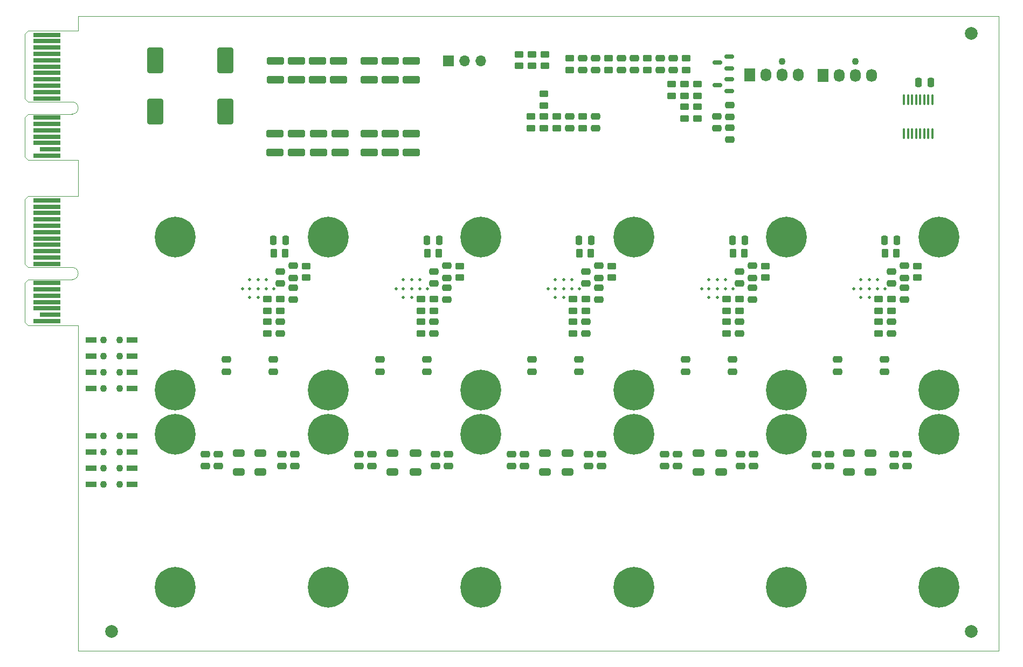
<source format=gbr>
%TF.GenerationSoftware,KiCad,Pcbnew,8.0.6*%
%TF.CreationDate,2024-11-29T00:06:03+01:00*%
%TF.ProjectId,EKO_Miner_PowerBoard-53667,454b4f5f-4d69-46e6-9572-5f506f776572,rev?*%
%TF.SameCoordinates,Original*%
%TF.FileFunction,Soldermask,Top*%
%TF.FilePolarity,Negative*%
%FSLAX46Y46*%
G04 Gerber Fmt 4.6, Leading zero omitted, Abs format (unit mm)*
G04 Created by KiCad (PCBNEW 8.0.6) date 2024-11-29 00:06:03*
%MOMM*%
%LPD*%
G01*
G04 APERTURE LIST*
G04 Aperture macros list*
%AMRoundRect*
0 Rectangle with rounded corners*
0 $1 Rounding radius*
0 $2 $3 $4 $5 $6 $7 $8 $9 X,Y pos of 4 corners*
0 Add a 4 corners polygon primitive as box body*
4,1,4,$2,$3,$4,$5,$6,$7,$8,$9,$2,$3,0*
0 Add four circle primitives for the rounded corners*
1,1,$1+$1,$2,$3*
1,1,$1+$1,$4,$5*
1,1,$1+$1,$6,$7*
1,1,$1+$1,$8,$9*
0 Add four rect primitives between the rounded corners*
20,1,$1+$1,$2,$3,$4,$5,0*
20,1,$1+$1,$4,$5,$6,$7,0*
20,1,$1+$1,$6,$7,$8,$9,0*
20,1,$1+$1,$8,$9,$2,$3,0*%
G04 Aperture macros list end*
%ADD10RoundRect,0.250000X-1.100000X0.325000X-1.100000X-0.325000X1.100000X-0.325000X1.100000X0.325000X0*%
%ADD11C,1.100000*%
%ADD12R,1.730000X2.030000*%
%ADD13O,1.730000X2.030000*%
%ADD14RoundRect,0.250000X-0.475000X0.250000X-0.475000X-0.250000X0.475000X-0.250000X0.475000X0.250000X0*%
%ADD15RoundRect,0.250000X0.262500X0.450000X-0.262500X0.450000X-0.262500X-0.450000X0.262500X-0.450000X0*%
%ADD16RoundRect,0.250000X1.100000X-0.325000X1.100000X0.325000X-1.100000X0.325000X-1.100000X-0.325000X0*%
%ADD17RoundRect,0.250000X0.475000X-0.250000X0.475000X0.250000X-0.475000X0.250000X-0.475000X-0.250000X0*%
%ADD18RoundRect,0.250000X0.450000X-0.262500X0.450000X0.262500X-0.450000X0.262500X-0.450000X-0.262500X0*%
%ADD19C,0.800000*%
%ADD20C,6.400000*%
%ADD21RoundRect,0.250000X-0.650000X0.325000X-0.650000X-0.325000X0.650000X-0.325000X0.650000X0.325000X0*%
%ADD22RoundRect,0.100000X0.100000X-0.712500X0.100000X0.712500X-0.100000X0.712500X-0.100000X-0.712500X0*%
%ADD23C,2.000000*%
%ADD24RoundRect,0.250000X-0.450000X0.262500X-0.450000X-0.262500X0.450000X-0.262500X0.450000X0.262500X0*%
%ADD25R,4.300000X0.700000*%
%ADD26R,3.200000X0.700000*%
%ADD27RoundRect,0.150000X0.587500X0.150000X-0.587500X0.150000X-0.587500X-0.150000X0.587500X-0.150000X0*%
%ADD28RoundRect,0.250000X1.000000X-1.750000X1.000000X1.750000X-1.000000X1.750000X-1.000000X-1.750000X0*%
%ADD29R,1.800000X0.900000*%
%ADD30RoundRect,0.250000X0.250000X0.475000X-0.250000X0.475000X-0.250000X-0.475000X0.250000X-0.475000X0*%
%ADD31RoundRect,0.250000X-0.250000X-0.475000X0.250000X-0.475000X0.250000X0.475000X-0.250000X0.475000X0*%
%ADD32C,0.499999*%
%ADD33R,1.700000X1.700000*%
%ADD34O,1.700000X1.700000*%
%TA.AperFunction,Profile*%
%ADD35C,0.100000*%
%TD*%
G04 APERTURE END LIST*
D10*
%TO.C,C30*%
X120470000Y-43769000D03*
X120470000Y-46719000D03*
%TD*%
%TO.C,C27*%
X123772000Y-43769000D03*
X123772000Y-46719000D03*
%TD*%
%TO.C,C17*%
X127074000Y-43769000D03*
X127074000Y-46719000D03*
%TD*%
D11*
%TO.C,J5*%
X196797000Y-32416000D03*
D12*
X191717000Y-34576000D03*
D13*
X194257000Y-34576000D03*
X196797000Y-34576000D03*
X199337000Y-34576000D03*
%TD*%
D14*
%TO.C,C77*%
X132916000Y-94078000D03*
X132916000Y-95978000D03*
%TD*%
D15*
%TO.C,R36*%
X203297500Y-62515999D03*
X201472500Y-62515999D03*
%TD*%
D16*
%TO.C,C50*%
X127074000Y-35289000D03*
X127074000Y-32339000D03*
%TD*%
D17*
%TO.C,C19*%
X151966000Y-42892000D03*
X151966000Y-40992000D03*
%TD*%
D14*
%TO.C,C86*%
X142822000Y-94078000D03*
X142822000Y-95978000D03*
%TD*%
D10*
%TO.C,C22*%
X115898000Y-43769000D03*
X115898000Y-46719000D03*
%TD*%
D14*
%TO.C,C88*%
X130884000Y-94078000D03*
X130884000Y-95978000D03*
%TD*%
%TO.C,C123*%
X130630000Y-65376000D03*
X130630000Y-67276000D03*
%TD*%
D18*
%TO.C,R44*%
X152474000Y-71556499D03*
X152474000Y-69731499D03*
%TD*%
D19*
%TO.C,H18*%
X183600000Y-60000000D03*
X184302944Y-58302944D03*
X184302944Y-61697056D03*
X186000000Y-57600000D03*
D20*
X186000000Y-60000000D03*
D19*
X186000000Y-62400000D03*
X187697056Y-58302944D03*
X187697056Y-61697056D03*
X188400000Y-60000000D03*
%TD*%
%TO.C,H19*%
X183600000Y-91000000D03*
X184302944Y-89302944D03*
X184302944Y-92697056D03*
X186000000Y-88600000D03*
D20*
X186000000Y-91000000D03*
D19*
X186000000Y-93400000D03*
X187697056Y-89302944D03*
X187697056Y-92697056D03*
X188400000Y-91000000D03*
%TD*%
D21*
%TO.C,C74*%
X199210000Y-93934000D03*
X199210000Y-96884000D03*
%TD*%
D18*
%TO.C,R45*%
X176604000Y-71556499D03*
X176604000Y-69731499D03*
%TD*%
D19*
%TO.C,H21*%
X207600000Y-84000000D03*
X208302944Y-82302944D03*
X208302944Y-85697056D03*
X210000000Y-81600000D03*
D20*
X210000000Y-84000000D03*
D19*
X210000000Y-86400000D03*
X211697056Y-82302944D03*
X211697056Y-85697056D03*
X212400000Y-84000000D03*
%TD*%
D14*
%TO.C,C140*%
X154506000Y-65375999D03*
X154506000Y-67275999D03*
%TD*%
D18*
%TO.C,R57*%
X145870000Y-42854500D03*
X145870000Y-41029500D03*
%TD*%
D17*
%TO.C,C97*%
X132662000Y-66387000D03*
X132662000Y-64487000D03*
%TD*%
D14*
%TO.C,C121*%
X130630000Y-73250000D03*
X130630000Y-75150000D03*
%TD*%
D21*
%TO.C,C61*%
X127709000Y-93934000D03*
X127709000Y-96884000D03*
%TD*%
D19*
%TO.C,H23*%
X207600000Y-91000000D03*
X208302944Y-89302944D03*
X208302944Y-92697056D03*
X210000000Y-88600000D03*
D20*
X210000000Y-91000000D03*
D19*
X210000000Y-93400000D03*
X211697056Y-89302944D03*
X211697056Y-92697056D03*
X212400000Y-91000000D03*
%TD*%
D18*
%TO.C,R50*%
X178636000Y-71556499D03*
X178636000Y-69731499D03*
%TD*%
D22*
%TO.C,U3*%
X204480500Y-43690500D03*
X205115500Y-43690500D03*
X205750500Y-43690500D03*
X206385500Y-43690500D03*
X207020500Y-43690500D03*
X207655500Y-43690500D03*
X208290500Y-43690500D03*
X208925500Y-43690500D03*
X208925500Y-38415500D03*
X208290500Y-38415500D03*
X207655500Y-38415500D03*
X207020500Y-38415500D03*
X206385500Y-38415500D03*
X205750500Y-38415500D03*
X205115500Y-38415500D03*
X204480500Y-38415500D03*
%TD*%
D18*
%TO.C,R20*%
X170000000Y-37774500D03*
X170000000Y-35949500D03*
%TD*%
D16*
%TO.C,C39*%
X120470000Y-35289000D03*
X120470000Y-32339000D03*
%TD*%
D23*
%TO.C,FID2*%
X215000000Y-122000000D03*
%TD*%
D24*
%TO.C,R25*%
X151966000Y-31885500D03*
X151966000Y-33710500D03*
%TD*%
D18*
%TO.C,R40*%
X152474000Y-75112499D03*
X152474000Y-73287499D03*
%TD*%
D19*
%TO.C,H12*%
X135600000Y-115000000D03*
X136302944Y-113302944D03*
X136302944Y-116697056D03*
X138000000Y-112600000D03*
D20*
X138000000Y-115000000D03*
D19*
X138000000Y-117400000D03*
X139697056Y-113302944D03*
X139697056Y-116697056D03*
X140400000Y-115000000D03*
%TD*%
D18*
%TO.C,R41*%
X176604000Y-75112499D03*
X176604000Y-73287499D03*
%TD*%
D19*
%TO.C,H3*%
X87600000Y-91000000D03*
X88302944Y-89302944D03*
X88302944Y-92697056D03*
X90000000Y-88600000D03*
D20*
X90000000Y-91000000D03*
D19*
X90000000Y-93400000D03*
X91697056Y-89302944D03*
X91697056Y-92697056D03*
X92400000Y-91000000D03*
%TD*%
D14*
%TO.C,C174*%
X202512000Y-65375999D03*
X202512000Y-67275999D03*
%TD*%
D25*
%TO.C,J2*%
X69800000Y-54200000D03*
X69800000Y-55200000D03*
X69800000Y-56200000D03*
X69800000Y-57200000D03*
X69800000Y-58200000D03*
X69800000Y-59200000D03*
X69800000Y-60200000D03*
X69800000Y-61200000D03*
X69800000Y-62200000D03*
X69800000Y-63200000D03*
X69800000Y-64200000D03*
X69800000Y-67200000D03*
X69800000Y-68200000D03*
X69800000Y-69200000D03*
X69800000Y-70200000D03*
X69800000Y-71200000D03*
D26*
X70350000Y-72200000D03*
D25*
X69800000Y-73200000D03*
%TD*%
D27*
%TO.C,Q2*%
X177033500Y-33494000D03*
X177033500Y-31594000D03*
X175158500Y-32544000D03*
%TD*%
D10*
%TO.C,C21*%
X112469000Y-43769000D03*
X112469000Y-46719000D03*
%TD*%
D14*
%TO.C,C13*%
X175080000Y-40992000D03*
X175080000Y-42892000D03*
%TD*%
D15*
%TO.C,R32*%
X155291500Y-62515999D03*
X153466500Y-62515999D03*
%TD*%
D28*
%TO.C,C10*%
X97864000Y-40227000D03*
X97864000Y-32227000D03*
%TD*%
D17*
%TO.C,C36*%
X160094000Y-33748000D03*
X160094000Y-31848000D03*
%TD*%
%TO.C,C117*%
X170127000Y-81119000D03*
X170127000Y-79219000D03*
%TD*%
D19*
%TO.C,H15*%
X159600000Y-91000000D03*
X160302944Y-89302944D03*
X160302944Y-92697056D03*
X162000000Y-88600000D03*
D20*
X162000000Y-91000000D03*
D19*
X162000000Y-93400000D03*
X163697056Y-89302944D03*
X163697056Y-92697056D03*
X164400000Y-91000000D03*
%TD*%
D17*
%TO.C,C38*%
X153998000Y-33748000D03*
X153998000Y-31848000D03*
%TD*%
D19*
%TO.C,H17*%
X183600000Y-84000000D03*
X184302944Y-82302944D03*
X184302944Y-85697056D03*
X186000000Y-81600000D03*
D20*
X186000000Y-84000000D03*
D19*
X186000000Y-86400000D03*
X187697056Y-82302944D03*
X187697056Y-85697056D03*
X188400000Y-84000000D03*
%TD*%
D24*
%TO.C,R3*%
X145997000Y-31250500D03*
X145997000Y-33075500D03*
%TD*%
D17*
%TO.C,C120*%
X201369000Y-81119000D03*
X201369000Y-79219000D03*
%TD*%
D11*
%TO.C,J3*%
X81270000Y-83810000D03*
X81270000Y-81270000D03*
X81270000Y-78730000D03*
X81270000Y-76190000D03*
X78730000Y-83810000D03*
X78730000Y-81270000D03*
X78730000Y-78730000D03*
X78730000Y-76190000D03*
D29*
X83200000Y-83810000D03*
X76800000Y-83810000D03*
X83200000Y-81270000D03*
X76800000Y-81270000D03*
X83200000Y-78730000D03*
X76800000Y-78730000D03*
X83200000Y-76190000D03*
X76800000Y-76190000D03*
%TD*%
D14*
%TO.C,C65*%
X120851000Y-94078000D03*
X120851000Y-95978000D03*
%TD*%
D10*
%TO.C,C20*%
X109040000Y-43769000D03*
X109040000Y-46719000D03*
%TD*%
D30*
%TO.C,C125*%
X131453000Y-60484000D03*
X129553000Y-60484000D03*
%TD*%
D31*
%TO.C,C5*%
X206769000Y-35719000D03*
X208669000Y-35719000D03*
%TD*%
D21*
%TO.C,C64*%
X151585000Y-93934000D03*
X151585000Y-96884000D03*
%TD*%
D25*
%TO.C,J1*%
X69800000Y-28200000D03*
X69800000Y-29200000D03*
X69800000Y-30200000D03*
X69800000Y-31200000D03*
X69800000Y-32200000D03*
X69800000Y-33200000D03*
X69800000Y-34200000D03*
X69800000Y-35200000D03*
X69800000Y-36200000D03*
X69800000Y-37200000D03*
X69800000Y-38200000D03*
X69800000Y-41200000D03*
X69800000Y-42200000D03*
X69800000Y-43200000D03*
X69800000Y-44200000D03*
X69800000Y-45200000D03*
D26*
X70350000Y-46200000D03*
D25*
X69800000Y-47200000D03*
%TD*%
D14*
%TO.C,C12*%
X177112000Y-39214000D03*
X177112000Y-41114000D03*
%TD*%
%TO.C,C172*%
X202512000Y-73249999D03*
X202512000Y-75149999D03*
%TD*%
D24*
%TO.C,R2*%
X148029000Y-31250500D03*
X148029000Y-33075500D03*
%TD*%
D18*
%TO.C,R48*%
X130630000Y-71556500D03*
X130630000Y-69731500D03*
%TD*%
D24*
%TO.C,R24*%
X164158000Y-31885500D03*
X164158000Y-33710500D03*
%TD*%
D18*
%TO.C,R38*%
X104468000Y-75112500D03*
X104468000Y-73287500D03*
%TD*%
D24*
%TO.C,R27*%
X153998000Y-41029500D03*
X153998000Y-42854500D03*
%TD*%
D14*
%TO.C,C96*%
X168857000Y-94078000D03*
X168857000Y-95978000D03*
%TD*%
D17*
%TO.C,C102*%
X204544000Y-66386999D03*
X204544000Y-64486999D03*
%TD*%
%TO.C,C105*%
X108532000Y-69816000D03*
X108532000Y-67916000D03*
%TD*%
D19*
%TO.C,H6*%
X111600000Y-60000000D03*
X112302944Y-58302944D03*
X112302944Y-61697056D03*
X114000000Y-57600000D03*
D20*
X114000000Y-60000000D03*
D19*
X114000000Y-62400000D03*
X115697056Y-58302944D03*
X115697056Y-61697056D03*
X116400000Y-60000000D03*
%TD*%
D17*
%TO.C,C118*%
X177493000Y-81119000D03*
X177493000Y-79219000D03*
%TD*%
D30*
%TO.C,C176*%
X203335000Y-60483999D03*
X201435000Y-60483999D03*
%TD*%
D28*
%TO.C,C11*%
X86815000Y-40227000D03*
X86815000Y-32227000D03*
%TD*%
D14*
%TO.C,C106*%
X106500000Y-65376000D03*
X106500000Y-67276000D03*
%TD*%
D10*
%TO.C,C18*%
X105611000Y-43769000D03*
X105611000Y-46719000D03*
%TD*%
D17*
%TO.C,C156*%
X180668000Y-69815999D03*
X180668000Y-67915999D03*
%TD*%
D21*
%TO.C,C76*%
X195860000Y-93934000D03*
X195860000Y-96884000D03*
%TD*%
D19*
%TO.C,H22*%
X207600000Y-60000000D03*
X208302944Y-58302944D03*
X208302944Y-61697056D03*
X210000000Y-57600000D03*
D20*
X210000000Y-60000000D03*
D19*
X210000000Y-62400000D03*
X211697056Y-58302944D03*
X211697056Y-61697056D03*
X212400000Y-60000000D03*
%TD*%
D17*
%TO.C,C116*%
X153363000Y-81119000D03*
X153363000Y-79219000D03*
%TD*%
D19*
%TO.C,H20*%
X183600000Y-115000000D03*
X184302944Y-113302944D03*
X184302944Y-116697056D03*
X186000000Y-112600000D03*
D20*
X186000000Y-115000000D03*
D19*
X186000000Y-117400000D03*
X187697056Y-113302944D03*
X187697056Y-116697056D03*
X188400000Y-115000000D03*
%TD*%
D18*
%TO.C,R52*%
X134694000Y-66349500D03*
X134694000Y-64524500D03*
%TD*%
D14*
%TO.C,C82*%
X156919000Y-94078000D03*
X156919000Y-95978000D03*
%TD*%
D21*
%TO.C,C67*%
X148029000Y-93934000D03*
X148029000Y-96884000D03*
%TD*%
D17*
%TO.C,C98*%
X156538000Y-66386999D03*
X156538000Y-64486999D03*
%TD*%
%TO.C,C33*%
X162126000Y-33748000D03*
X162126000Y-31848000D03*
%TD*%
D18*
%TO.C,R46*%
X200480000Y-71556499D03*
X200480000Y-69731499D03*
%TD*%
D15*
%TO.C,R28*%
X107285500Y-62516000D03*
X105460500Y-62516000D03*
%TD*%
D24*
%TO.C,R26*%
X147902000Y-37473500D03*
X147902000Y-39298500D03*
%TD*%
D17*
%TO.C,C113*%
X122121000Y-81119001D03*
X122121000Y-79219001D03*
%TD*%
D14*
%TO.C,C157*%
X178636000Y-65375999D03*
X178636000Y-67275999D03*
%TD*%
D15*
%TO.C,R34*%
X179421500Y-62515999D03*
X177596500Y-62515999D03*
%TD*%
D17*
%TO.C,C139*%
X156538000Y-69815999D03*
X156538000Y-67915999D03*
%TD*%
D14*
%TO.C,C70*%
X154887000Y-94078000D03*
X154887000Y-95978000D03*
%TD*%
D23*
%TO.C,FID1*%
X80000000Y-122000000D03*
%TD*%
D14*
%TO.C,C99*%
X190701000Y-94078000D03*
X190701000Y-95978000D03*
%TD*%
D24*
%TO.C,R16*%
X167968000Y-35949500D03*
X167968000Y-37774500D03*
%TD*%
D17*
%TO.C,C119*%
X194003000Y-81119000D03*
X194003000Y-79219000D03*
%TD*%
D21*
%TO.C,C71*%
X172159000Y-93934000D03*
X172159000Y-96884000D03*
%TD*%
D17*
%TO.C,C111*%
X97991000Y-81119001D03*
X97991000Y-79219001D03*
%TD*%
D14*
%TO.C,C92*%
X144854000Y-94078000D03*
X144854000Y-95978000D03*
%TD*%
D19*
%TO.C,H4*%
X87600000Y-115000000D03*
X88302944Y-113302944D03*
X88302944Y-116697056D03*
X90000000Y-112600000D03*
D20*
X90000000Y-115000000D03*
D19*
X90000000Y-117400000D03*
X91697056Y-113302944D03*
X91697056Y-116697056D03*
X92400000Y-115000000D03*
%TD*%
D14*
%TO.C,C75*%
X178763000Y-94078000D03*
X178763000Y-95978000D03*
%TD*%
D18*
%TO.C,R49*%
X154506000Y-71556499D03*
X154506000Y-69731499D03*
%TD*%
D14*
%TO.C,C90*%
X166825000Y-94078000D03*
X166825000Y-95978000D03*
%TD*%
D19*
%TO.C,H24*%
X207600000Y-115000000D03*
X208302944Y-113302944D03*
X208302944Y-116697056D03*
X210000000Y-112600000D03*
D20*
X210000000Y-115000000D03*
D19*
X210000000Y-117400000D03*
X211697056Y-113302944D03*
X211697056Y-116697056D03*
X212400000Y-115000000D03*
%TD*%
D14*
%TO.C,C138*%
X154506000Y-73249999D03*
X154506000Y-75149999D03*
%TD*%
%TO.C,C104*%
X106500000Y-73250000D03*
X106500000Y-75150000D03*
%TD*%
D18*
%TO.C,R55*%
X206576000Y-66349499D03*
X206576000Y-64524499D03*
%TD*%
D21*
%TO.C,C69*%
X175715000Y-93934000D03*
X175715000Y-96884000D03*
%TD*%
D14*
%TO.C,C31*%
X166190000Y-31848000D03*
X166190000Y-33748000D03*
%TD*%
%TO.C,C94*%
X180795000Y-94078000D03*
X180795000Y-95978000D03*
%TD*%
D19*
%TO.C,H16*%
X159600000Y-115000000D03*
X160302944Y-113302944D03*
X160302944Y-116697056D03*
X162000000Y-112600000D03*
D20*
X162000000Y-115000000D03*
D19*
X162000000Y-117400000D03*
X163697056Y-113302944D03*
X163697056Y-116697056D03*
X164400000Y-115000000D03*
%TD*%
D17*
%TO.C,C112*%
X105357000Y-81119001D03*
X105357000Y-79219001D03*
%TD*%
%TO.C,C40*%
X156030000Y-33748000D03*
X156030000Y-31848000D03*
%TD*%
D14*
%TO.C,C63*%
X94689000Y-94078000D03*
X94689000Y-95978000D03*
%TD*%
D24*
%TO.C,R14*%
X149934000Y-41029500D03*
X149934000Y-42854500D03*
%TD*%
D14*
%TO.C,C101*%
X192733000Y-94078000D03*
X192733000Y-95978000D03*
%TD*%
D17*
%TO.C,C115*%
X145997000Y-81119000D03*
X145997000Y-79219000D03*
%TD*%
D30*
%TO.C,C159*%
X179459000Y-60483999D03*
X177559000Y-60483999D03*
%TD*%
D21*
%TO.C,C56*%
X103325000Y-93934000D03*
X103325000Y-96884000D03*
%TD*%
D16*
%TO.C,C16*%
X123772000Y-35289000D03*
X123772000Y-32339000D03*
%TD*%
%TO.C,C215*%
X112342000Y-35289000D03*
X112342000Y-32339000D03*
%TD*%
D14*
%TO.C,C68*%
X108786000Y-94078000D03*
X108786000Y-95978000D03*
%TD*%
D18*
%TO.C,R18*%
X110564000Y-66349500D03*
X110564000Y-64524500D03*
%TD*%
D16*
%TO.C,C214*%
X109040000Y-35289000D03*
X109040000Y-32339000D03*
%TD*%
D19*
%TO.C,H7*%
X111600000Y-91000000D03*
X112302944Y-89302944D03*
X112302944Y-92697056D03*
X114000000Y-88600000D03*
D20*
X114000000Y-91000000D03*
D19*
X114000000Y-93400000D03*
X115697056Y-89302944D03*
X115697056Y-92697056D03*
X116400000Y-91000000D03*
%TD*%
D16*
%TO.C,C216*%
X115644000Y-35289000D03*
X115644000Y-32339000D03*
%TD*%
D18*
%TO.C,R42*%
X200480000Y-75112499D03*
X200480000Y-73287499D03*
%TD*%
D30*
%TO.C,C108*%
X107323000Y-60484000D03*
X105423000Y-60484000D03*
%TD*%
D14*
%TO.C,C84*%
X106754000Y-94078000D03*
X106754000Y-95978000D03*
%TD*%
D19*
%TO.C,H5*%
X111600000Y-84000000D03*
X112302944Y-82302944D03*
X112302944Y-85697056D03*
X114000000Y-81600000D03*
D20*
X114000000Y-84000000D03*
D19*
X114000000Y-86400000D03*
X115697056Y-82302944D03*
X115697056Y-85697056D03*
X116400000Y-84000000D03*
%TD*%
%TO.C,H10*%
X135600000Y-60000000D03*
X136302944Y-58302944D03*
X136302944Y-61697056D03*
X138000000Y-57600000D03*
D20*
X138000000Y-60000000D03*
D19*
X138000000Y-62400000D03*
X139697056Y-58302944D03*
X139697056Y-61697056D03*
X140400000Y-60000000D03*
%TD*%
D11*
%TO.C,J4*%
X81270000Y-98810000D03*
X81270000Y-96270000D03*
X81270000Y-93730000D03*
X81270000Y-91190000D03*
X78730000Y-98810000D03*
X78730000Y-96270000D03*
X78730000Y-93730000D03*
X78730000Y-91190000D03*
D29*
X83200000Y-98810000D03*
X76800000Y-98810000D03*
X83200000Y-96270000D03*
X76800000Y-96270000D03*
X83200000Y-93730000D03*
X76800000Y-93730000D03*
X83200000Y-91190000D03*
X76800000Y-91190000D03*
%TD*%
D18*
%TO.C,R51*%
X202512000Y-71556499D03*
X202512000Y-69731499D03*
%TD*%
D17*
%TO.C,C95*%
X108532000Y-66387000D03*
X108532000Y-64487000D03*
%TD*%
D18*
%TO.C,R47*%
X106500000Y-71556500D03*
X106500000Y-69731500D03*
%TD*%
D17*
%TO.C,C173*%
X204544000Y-69815999D03*
X204544000Y-67915999D03*
%TD*%
D18*
%TO.C,R22*%
X158062000Y-33710500D03*
X158062000Y-31885500D03*
%TD*%
D16*
%TO.C,C213*%
X105738000Y-35289000D03*
X105738000Y-32339000D03*
%TD*%
D23*
%TO.C,FID3*%
X215000000Y-28000000D03*
%TD*%
D14*
%TO.C,C72*%
X118819000Y-94078000D03*
X118819000Y-95978000D03*
%TD*%
%TO.C,C14*%
X177112000Y-42770000D03*
X177112000Y-44670000D03*
%TD*%
D17*
%TO.C,C41*%
X156030000Y-42892000D03*
X156030000Y-40992000D03*
%TD*%
D19*
%TO.C,H8*%
X111600000Y-115000000D03*
X112302944Y-113302944D03*
X112302944Y-116697056D03*
X114000000Y-112600000D03*
D20*
X114000000Y-115000000D03*
D19*
X114000000Y-117400000D03*
X115697056Y-113302944D03*
X115697056Y-116697056D03*
X116400000Y-115000000D03*
%TD*%
D24*
%TO.C,R23*%
X170254000Y-31885500D03*
X170254000Y-33710500D03*
%TD*%
D15*
%TO.C,R30*%
X131415500Y-62516000D03*
X129590500Y-62516000D03*
%TD*%
D21*
%TO.C,C58*%
X99975000Y-93934000D03*
X99975000Y-96884000D03*
%TD*%
D17*
%TO.C,C100*%
X180668000Y-66386999D03*
X180668000Y-64486999D03*
%TD*%
D21*
%TO.C,C62*%
X124105000Y-93934000D03*
X124105000Y-96884000D03*
%TD*%
D19*
%TO.C,H13*%
X159600000Y-84000000D03*
X160302944Y-82302944D03*
X160302944Y-85697056D03*
X162000000Y-81600000D03*
D20*
X162000000Y-84000000D03*
D19*
X162000000Y-86400000D03*
X163697056Y-82302944D03*
X163697056Y-85697056D03*
X164400000Y-84000000D03*
%TD*%
D24*
%TO.C,R17*%
X172000000Y-39505500D03*
X172000000Y-41330500D03*
%TD*%
D18*
%TO.C,R54*%
X182700000Y-66349499D03*
X182700000Y-64524499D03*
%TD*%
D14*
%TO.C,C103*%
X204925000Y-94078000D03*
X204925000Y-95978000D03*
%TD*%
D30*
%TO.C,C142*%
X155329000Y-60483999D03*
X153429000Y-60483999D03*
%TD*%
D17*
%TO.C,C122*%
X132662000Y-69816000D03*
X132662000Y-67916000D03*
%TD*%
D24*
%TO.C,R15*%
X170000000Y-39505500D03*
X170000000Y-41330500D03*
%TD*%
D14*
%TO.C,C155*%
X178636000Y-73249999D03*
X178636000Y-75149999D03*
%TD*%
D18*
%TO.C,R53*%
X158570000Y-66349499D03*
X158570000Y-64524499D03*
%TD*%
D19*
%TO.C,H2*%
X87600000Y-60000000D03*
X88302944Y-58302944D03*
X88302944Y-61697056D03*
X90000000Y-57600000D03*
D20*
X90000000Y-60000000D03*
D19*
X90000000Y-62400000D03*
X91697056Y-58302944D03*
X91697056Y-61697056D03*
X92400000Y-60000000D03*
%TD*%
D18*
%TO.C,R43*%
X128598000Y-71556500D03*
X128598000Y-69731500D03*
%TD*%
%TO.C,R56*%
X147902000Y-42854500D03*
X147902000Y-41029500D03*
%TD*%
D14*
%TO.C,C60*%
X96721000Y-94078000D03*
X96721000Y-95978000D03*
%TD*%
D27*
%TO.C,Q1*%
X177033500Y-37050000D03*
X177033500Y-35150000D03*
X175158500Y-36100000D03*
%TD*%
D11*
%TO.C,J6*%
X185295000Y-32353000D03*
D12*
X180215000Y-34513000D03*
D13*
X182755000Y-34513000D03*
X185295000Y-34513000D03*
X187835000Y-34513000D03*
%TD*%
D14*
%TO.C,C79*%
X202893000Y-94078000D03*
X202893000Y-95978000D03*
%TD*%
D19*
%TO.C,H1*%
X87600000Y-84000000D03*
X88302944Y-82302944D03*
X88302944Y-85697056D03*
X90000000Y-81600000D03*
D20*
X90000000Y-84000000D03*
D19*
X90000000Y-86400000D03*
X91697056Y-82302944D03*
X91697056Y-85697056D03*
X92400000Y-84000000D03*
%TD*%
D18*
%TO.C,R13*%
X104468000Y-71556500D03*
X104468000Y-69731500D03*
%TD*%
%TO.C,R39*%
X128598000Y-75112500D03*
X128598000Y-73287500D03*
%TD*%
D17*
%TO.C,C114*%
X129487000Y-81119001D03*
X129487000Y-79219001D03*
%TD*%
D19*
%TO.C,H9*%
X135600000Y-84000000D03*
X136302944Y-82302944D03*
X136302944Y-85697056D03*
X138000000Y-81600000D03*
D20*
X138000000Y-84000000D03*
D19*
X138000000Y-86400000D03*
X139697056Y-82302944D03*
X139697056Y-85697056D03*
X140400000Y-84000000D03*
%TD*%
D17*
%TO.C,C32*%
X168222000Y-33748000D03*
X168222000Y-31848000D03*
%TD*%
D19*
%TO.C,H11*%
X135600000Y-91000000D03*
X136302944Y-89302944D03*
X136302944Y-92697056D03*
X138000000Y-88600000D03*
D20*
X138000000Y-91000000D03*
D19*
X138000000Y-93400000D03*
X139697056Y-89302944D03*
X139697056Y-92697056D03*
X140400000Y-91000000D03*
%TD*%
D24*
%TO.C,R4*%
X143965000Y-31250500D03*
X143965000Y-33075500D03*
%TD*%
%TO.C,R19*%
X172032000Y-35949500D03*
X172032000Y-37774500D03*
%TD*%
D19*
%TO.C,H14*%
X159600000Y-60000000D03*
X160302944Y-58302944D03*
X160302944Y-61697056D03*
X162000000Y-57600000D03*
D20*
X162000000Y-60000000D03*
D19*
X162000000Y-62400000D03*
X163697056Y-58302944D03*
X163697056Y-61697056D03*
X164400000Y-60000000D03*
%TD*%
D32*
%TO.C,U11*%
X149680000Y-69504007D03*
X151000000Y-69504004D03*
X152320000Y-69504004D03*
X153450000Y-68104002D03*
X148550000Y-68103999D03*
X151000000Y-68103999D03*
X152320000Y-68103999D03*
X149680000Y-68103997D03*
X151000000Y-66704000D03*
X152320000Y-66704000D03*
X149680000Y-66703997D03*
%TD*%
%TO.C,U12*%
X173810000Y-69504007D03*
X175130000Y-69504004D03*
X176450000Y-69504004D03*
X177580000Y-68104002D03*
X172680000Y-68103999D03*
X175130000Y-68103999D03*
X176450000Y-68103999D03*
X173810000Y-68103997D03*
X175130000Y-66704000D03*
X176450000Y-66704000D03*
X173810000Y-66703997D03*
%TD*%
%TO.C,U9*%
X101674000Y-69504008D03*
X102994000Y-69504005D03*
X104314000Y-69504005D03*
X105444000Y-68104003D03*
X100544000Y-68104000D03*
X102994000Y-68104000D03*
X104314000Y-68104000D03*
X101674000Y-68103998D03*
X102994000Y-66704001D03*
X104314000Y-66704001D03*
X101674000Y-66703998D03*
%TD*%
%TO.C,U13*%
X197686000Y-69504007D03*
X199006000Y-69504004D03*
X200326000Y-69504004D03*
X201456000Y-68104002D03*
X196556000Y-68103999D03*
X199006000Y-68103999D03*
X200326000Y-68103999D03*
X197686000Y-68103997D03*
X199006000Y-66704000D03*
X200326000Y-66704000D03*
X197686000Y-66703997D03*
%TD*%
D33*
%TO.C,J9*%
X132916000Y-32290000D03*
D34*
X135456000Y-32290000D03*
X137996000Y-32290000D03*
%TD*%
D32*
%TO.C,U10*%
X125804000Y-69504008D03*
X127124000Y-69504005D03*
X128444000Y-69504005D03*
X129574000Y-68104003D03*
X124674000Y-68104000D03*
X127124000Y-68104000D03*
X128444000Y-68104000D03*
X125804000Y-68103998D03*
X127124000Y-66704001D03*
X128444000Y-66704001D03*
X125804000Y-66703998D03*
%TD*%
D35*
X74750000Y-125000000D02*
X74750000Y-73850000D01*
X74750000Y-53550000D02*
X74750000Y-47850000D01*
X74750000Y-125000000D02*
X219350000Y-125000000D01*
X74750000Y-27550000D02*
X74750000Y-25250000D01*
X74750000Y-25250000D02*
X219350000Y-25250000D01*
X219350000Y-125000000D02*
X219350000Y-25250000D01*
%TO.C,J2*%
X66350000Y-54050000D02*
X66350000Y-64250000D01*
X66350000Y-67150000D02*
X66350000Y-73350000D01*
X66850000Y-53550000D02*
X66350000Y-54050000D01*
X66850000Y-64750000D02*
X66350000Y-64250000D01*
X66850000Y-66650000D02*
X66350000Y-67150000D01*
X66850000Y-73850000D02*
X66350000Y-73350000D01*
X73800000Y-64750000D02*
X66850000Y-64750000D01*
X73800000Y-66650000D02*
X66850000Y-66650000D01*
X74750000Y-53550000D02*
X66850000Y-53550000D01*
X74750000Y-73850000D02*
X66850000Y-73850000D01*
X73800000Y-64750000D02*
G75*
G02*
X73800000Y-66650000I0J-950000D01*
G01*
%TO.C,J1*%
X66350000Y-28050000D02*
X66350000Y-38250000D01*
X66350000Y-41150000D02*
X66350000Y-47350000D01*
X66850000Y-27550000D02*
X66350000Y-28050000D01*
X66850000Y-38750000D02*
X66350000Y-38250000D01*
X66850000Y-40650000D02*
X66350000Y-41150000D01*
X66850000Y-47850000D02*
X66350000Y-47350000D01*
X73800000Y-38750000D02*
X66850000Y-38750000D01*
X73800000Y-40650000D02*
X66850000Y-40650000D01*
X74750000Y-27550000D02*
X66850000Y-27550000D01*
X74750000Y-47850000D02*
X66850000Y-47850000D01*
X73800000Y-38750000D02*
G75*
G02*
X73800000Y-40650000I0J-950000D01*
G01*
%TD*%
M02*

</source>
